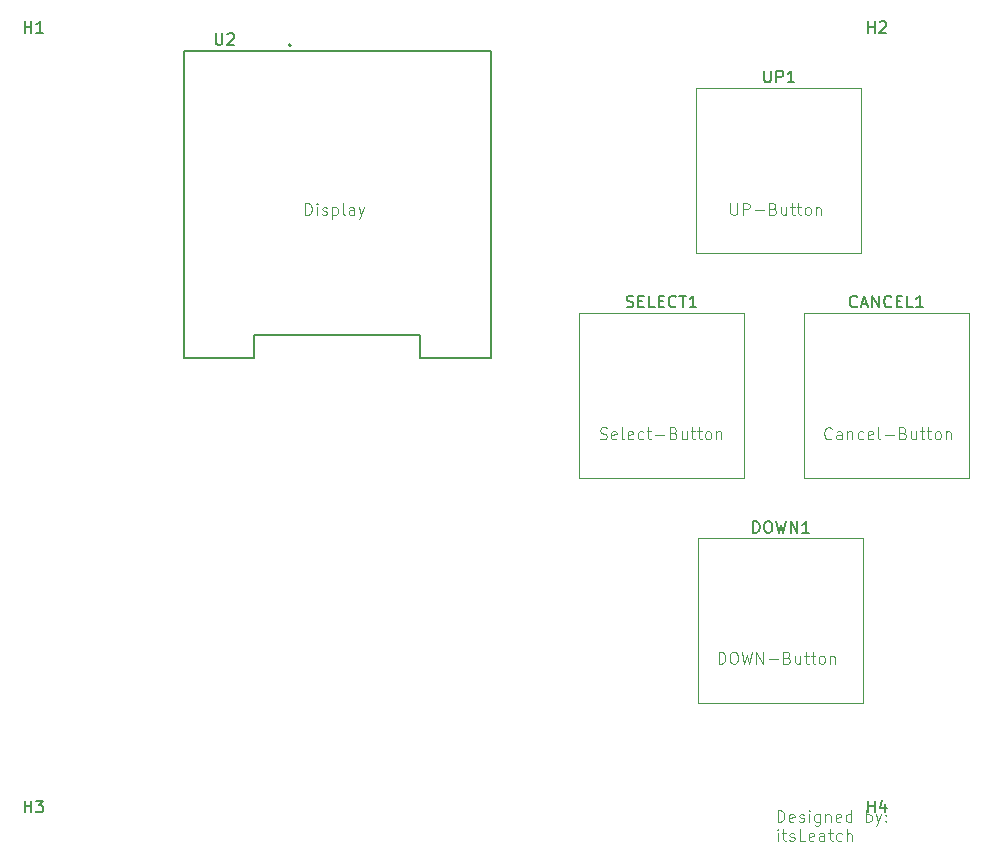
<source format=gbr>
%TF.GenerationSoftware,KiCad,Pcbnew,8.0.8*%
%TF.CreationDate,2025-07-06T22:48:32+02:00*%
%TF.ProjectId,custom locker,63757374-6f6d-4206-9c6f-636b65722e6b,rev?*%
%TF.SameCoordinates,Original*%
%TF.FileFunction,Legend,Top*%
%TF.FilePolarity,Positive*%
%FSLAX46Y46*%
G04 Gerber Fmt 4.6, Leading zero omitted, Abs format (unit mm)*
G04 Created by KiCad (PCBNEW 8.0.8) date 2025-07-06 22:48:32*
%MOMM*%
%LPD*%
G01*
G04 APERTURE LIST*
%ADD10C,0.100000*%
%ADD11C,0.150000*%
%ADD12C,0.120000*%
%ADD13C,0.127000*%
%ADD14C,0.200000*%
G04 APERTURE END LIST*
D10*
X45303884Y-32872419D02*
X45303884Y-31872419D01*
X45303884Y-31872419D02*
X45541979Y-31872419D01*
X45541979Y-31872419D02*
X45684836Y-31920038D01*
X45684836Y-31920038D02*
X45780074Y-32015276D01*
X45780074Y-32015276D02*
X45827693Y-32110514D01*
X45827693Y-32110514D02*
X45875312Y-32300990D01*
X45875312Y-32300990D02*
X45875312Y-32443847D01*
X45875312Y-32443847D02*
X45827693Y-32634323D01*
X45827693Y-32634323D02*
X45780074Y-32729561D01*
X45780074Y-32729561D02*
X45684836Y-32824800D01*
X45684836Y-32824800D02*
X45541979Y-32872419D01*
X45541979Y-32872419D02*
X45303884Y-32872419D01*
X46303884Y-32872419D02*
X46303884Y-32205752D01*
X46303884Y-31872419D02*
X46256265Y-31920038D01*
X46256265Y-31920038D02*
X46303884Y-31967657D01*
X46303884Y-31967657D02*
X46351503Y-31920038D01*
X46351503Y-31920038D02*
X46303884Y-31872419D01*
X46303884Y-31872419D02*
X46303884Y-31967657D01*
X46732455Y-32824800D02*
X46827693Y-32872419D01*
X46827693Y-32872419D02*
X47018169Y-32872419D01*
X47018169Y-32872419D02*
X47113407Y-32824800D01*
X47113407Y-32824800D02*
X47161026Y-32729561D01*
X47161026Y-32729561D02*
X47161026Y-32681942D01*
X47161026Y-32681942D02*
X47113407Y-32586704D01*
X47113407Y-32586704D02*
X47018169Y-32539085D01*
X47018169Y-32539085D02*
X46875312Y-32539085D01*
X46875312Y-32539085D02*
X46780074Y-32491466D01*
X46780074Y-32491466D02*
X46732455Y-32396228D01*
X46732455Y-32396228D02*
X46732455Y-32348609D01*
X46732455Y-32348609D02*
X46780074Y-32253371D01*
X46780074Y-32253371D02*
X46875312Y-32205752D01*
X46875312Y-32205752D02*
X47018169Y-32205752D01*
X47018169Y-32205752D02*
X47113407Y-32253371D01*
X47589598Y-32205752D02*
X47589598Y-33205752D01*
X47589598Y-32253371D02*
X47684836Y-32205752D01*
X47684836Y-32205752D02*
X47875312Y-32205752D01*
X47875312Y-32205752D02*
X47970550Y-32253371D01*
X47970550Y-32253371D02*
X48018169Y-32300990D01*
X48018169Y-32300990D02*
X48065788Y-32396228D01*
X48065788Y-32396228D02*
X48065788Y-32681942D01*
X48065788Y-32681942D02*
X48018169Y-32777180D01*
X48018169Y-32777180D02*
X47970550Y-32824800D01*
X47970550Y-32824800D02*
X47875312Y-32872419D01*
X47875312Y-32872419D02*
X47684836Y-32872419D01*
X47684836Y-32872419D02*
X47589598Y-32824800D01*
X48637217Y-32872419D02*
X48541979Y-32824800D01*
X48541979Y-32824800D02*
X48494360Y-32729561D01*
X48494360Y-32729561D02*
X48494360Y-31872419D01*
X49446741Y-32872419D02*
X49446741Y-32348609D01*
X49446741Y-32348609D02*
X49399122Y-32253371D01*
X49399122Y-32253371D02*
X49303884Y-32205752D01*
X49303884Y-32205752D02*
X49113408Y-32205752D01*
X49113408Y-32205752D02*
X49018170Y-32253371D01*
X49446741Y-32824800D02*
X49351503Y-32872419D01*
X49351503Y-32872419D02*
X49113408Y-32872419D01*
X49113408Y-32872419D02*
X49018170Y-32824800D01*
X49018170Y-32824800D02*
X48970551Y-32729561D01*
X48970551Y-32729561D02*
X48970551Y-32634323D01*
X48970551Y-32634323D02*
X49018170Y-32539085D01*
X49018170Y-32539085D02*
X49113408Y-32491466D01*
X49113408Y-32491466D02*
X49351503Y-32491466D01*
X49351503Y-32491466D02*
X49446741Y-32443847D01*
X49827694Y-32205752D02*
X50065789Y-32872419D01*
X50303884Y-32205752D02*
X50065789Y-32872419D01*
X50065789Y-32872419D02*
X49970551Y-33110514D01*
X49970551Y-33110514D02*
X49922932Y-33158133D01*
X49922932Y-33158133D02*
X49827694Y-33205752D01*
X70256265Y-51824800D02*
X70399122Y-51872419D01*
X70399122Y-51872419D02*
X70637217Y-51872419D01*
X70637217Y-51872419D02*
X70732455Y-51824800D01*
X70732455Y-51824800D02*
X70780074Y-51777180D01*
X70780074Y-51777180D02*
X70827693Y-51681942D01*
X70827693Y-51681942D02*
X70827693Y-51586704D01*
X70827693Y-51586704D02*
X70780074Y-51491466D01*
X70780074Y-51491466D02*
X70732455Y-51443847D01*
X70732455Y-51443847D02*
X70637217Y-51396228D01*
X70637217Y-51396228D02*
X70446741Y-51348609D01*
X70446741Y-51348609D02*
X70351503Y-51300990D01*
X70351503Y-51300990D02*
X70303884Y-51253371D01*
X70303884Y-51253371D02*
X70256265Y-51158133D01*
X70256265Y-51158133D02*
X70256265Y-51062895D01*
X70256265Y-51062895D02*
X70303884Y-50967657D01*
X70303884Y-50967657D02*
X70351503Y-50920038D01*
X70351503Y-50920038D02*
X70446741Y-50872419D01*
X70446741Y-50872419D02*
X70684836Y-50872419D01*
X70684836Y-50872419D02*
X70827693Y-50920038D01*
X71637217Y-51824800D02*
X71541979Y-51872419D01*
X71541979Y-51872419D02*
X71351503Y-51872419D01*
X71351503Y-51872419D02*
X71256265Y-51824800D01*
X71256265Y-51824800D02*
X71208646Y-51729561D01*
X71208646Y-51729561D02*
X71208646Y-51348609D01*
X71208646Y-51348609D02*
X71256265Y-51253371D01*
X71256265Y-51253371D02*
X71351503Y-51205752D01*
X71351503Y-51205752D02*
X71541979Y-51205752D01*
X71541979Y-51205752D02*
X71637217Y-51253371D01*
X71637217Y-51253371D02*
X71684836Y-51348609D01*
X71684836Y-51348609D02*
X71684836Y-51443847D01*
X71684836Y-51443847D02*
X71208646Y-51539085D01*
X72256265Y-51872419D02*
X72161027Y-51824800D01*
X72161027Y-51824800D02*
X72113408Y-51729561D01*
X72113408Y-51729561D02*
X72113408Y-50872419D01*
X73018170Y-51824800D02*
X72922932Y-51872419D01*
X72922932Y-51872419D02*
X72732456Y-51872419D01*
X72732456Y-51872419D02*
X72637218Y-51824800D01*
X72637218Y-51824800D02*
X72589599Y-51729561D01*
X72589599Y-51729561D02*
X72589599Y-51348609D01*
X72589599Y-51348609D02*
X72637218Y-51253371D01*
X72637218Y-51253371D02*
X72732456Y-51205752D01*
X72732456Y-51205752D02*
X72922932Y-51205752D01*
X72922932Y-51205752D02*
X73018170Y-51253371D01*
X73018170Y-51253371D02*
X73065789Y-51348609D01*
X73065789Y-51348609D02*
X73065789Y-51443847D01*
X73065789Y-51443847D02*
X72589599Y-51539085D01*
X73922932Y-51824800D02*
X73827694Y-51872419D01*
X73827694Y-51872419D02*
X73637218Y-51872419D01*
X73637218Y-51872419D02*
X73541980Y-51824800D01*
X73541980Y-51824800D02*
X73494361Y-51777180D01*
X73494361Y-51777180D02*
X73446742Y-51681942D01*
X73446742Y-51681942D02*
X73446742Y-51396228D01*
X73446742Y-51396228D02*
X73494361Y-51300990D01*
X73494361Y-51300990D02*
X73541980Y-51253371D01*
X73541980Y-51253371D02*
X73637218Y-51205752D01*
X73637218Y-51205752D02*
X73827694Y-51205752D01*
X73827694Y-51205752D02*
X73922932Y-51253371D01*
X74208647Y-51205752D02*
X74589599Y-51205752D01*
X74351504Y-50872419D02*
X74351504Y-51729561D01*
X74351504Y-51729561D02*
X74399123Y-51824800D01*
X74399123Y-51824800D02*
X74494361Y-51872419D01*
X74494361Y-51872419D02*
X74589599Y-51872419D01*
X74922933Y-51491466D02*
X75684838Y-51491466D01*
X76494361Y-51348609D02*
X76637218Y-51396228D01*
X76637218Y-51396228D02*
X76684837Y-51443847D01*
X76684837Y-51443847D02*
X76732456Y-51539085D01*
X76732456Y-51539085D02*
X76732456Y-51681942D01*
X76732456Y-51681942D02*
X76684837Y-51777180D01*
X76684837Y-51777180D02*
X76637218Y-51824800D01*
X76637218Y-51824800D02*
X76541980Y-51872419D01*
X76541980Y-51872419D02*
X76161028Y-51872419D01*
X76161028Y-51872419D02*
X76161028Y-50872419D01*
X76161028Y-50872419D02*
X76494361Y-50872419D01*
X76494361Y-50872419D02*
X76589599Y-50920038D01*
X76589599Y-50920038D02*
X76637218Y-50967657D01*
X76637218Y-50967657D02*
X76684837Y-51062895D01*
X76684837Y-51062895D02*
X76684837Y-51158133D01*
X76684837Y-51158133D02*
X76637218Y-51253371D01*
X76637218Y-51253371D02*
X76589599Y-51300990D01*
X76589599Y-51300990D02*
X76494361Y-51348609D01*
X76494361Y-51348609D02*
X76161028Y-51348609D01*
X77589599Y-51205752D02*
X77589599Y-51872419D01*
X77161028Y-51205752D02*
X77161028Y-51729561D01*
X77161028Y-51729561D02*
X77208647Y-51824800D01*
X77208647Y-51824800D02*
X77303885Y-51872419D01*
X77303885Y-51872419D02*
X77446742Y-51872419D01*
X77446742Y-51872419D02*
X77541980Y-51824800D01*
X77541980Y-51824800D02*
X77589599Y-51777180D01*
X77922933Y-51205752D02*
X78303885Y-51205752D01*
X78065790Y-50872419D02*
X78065790Y-51729561D01*
X78065790Y-51729561D02*
X78113409Y-51824800D01*
X78113409Y-51824800D02*
X78208647Y-51872419D01*
X78208647Y-51872419D02*
X78303885Y-51872419D01*
X78494362Y-51205752D02*
X78875314Y-51205752D01*
X78637219Y-50872419D02*
X78637219Y-51729561D01*
X78637219Y-51729561D02*
X78684838Y-51824800D01*
X78684838Y-51824800D02*
X78780076Y-51872419D01*
X78780076Y-51872419D02*
X78875314Y-51872419D01*
X79351505Y-51872419D02*
X79256267Y-51824800D01*
X79256267Y-51824800D02*
X79208648Y-51777180D01*
X79208648Y-51777180D02*
X79161029Y-51681942D01*
X79161029Y-51681942D02*
X79161029Y-51396228D01*
X79161029Y-51396228D02*
X79208648Y-51300990D01*
X79208648Y-51300990D02*
X79256267Y-51253371D01*
X79256267Y-51253371D02*
X79351505Y-51205752D01*
X79351505Y-51205752D02*
X79494362Y-51205752D01*
X79494362Y-51205752D02*
X79589600Y-51253371D01*
X79589600Y-51253371D02*
X79637219Y-51300990D01*
X79637219Y-51300990D02*
X79684838Y-51396228D01*
X79684838Y-51396228D02*
X79684838Y-51681942D01*
X79684838Y-51681942D02*
X79637219Y-51777180D01*
X79637219Y-51777180D02*
X79589600Y-51824800D01*
X79589600Y-51824800D02*
X79494362Y-51872419D01*
X79494362Y-51872419D02*
X79351505Y-51872419D01*
X80113410Y-51205752D02*
X80113410Y-51872419D01*
X80113410Y-51300990D02*
X80161029Y-51253371D01*
X80161029Y-51253371D02*
X80256267Y-51205752D01*
X80256267Y-51205752D02*
X80399124Y-51205752D01*
X80399124Y-51205752D02*
X80494362Y-51253371D01*
X80494362Y-51253371D02*
X80541981Y-51348609D01*
X80541981Y-51348609D02*
X80541981Y-51872419D01*
X89875312Y-51777180D02*
X89827693Y-51824800D01*
X89827693Y-51824800D02*
X89684836Y-51872419D01*
X89684836Y-51872419D02*
X89589598Y-51872419D01*
X89589598Y-51872419D02*
X89446741Y-51824800D01*
X89446741Y-51824800D02*
X89351503Y-51729561D01*
X89351503Y-51729561D02*
X89303884Y-51634323D01*
X89303884Y-51634323D02*
X89256265Y-51443847D01*
X89256265Y-51443847D02*
X89256265Y-51300990D01*
X89256265Y-51300990D02*
X89303884Y-51110514D01*
X89303884Y-51110514D02*
X89351503Y-51015276D01*
X89351503Y-51015276D02*
X89446741Y-50920038D01*
X89446741Y-50920038D02*
X89589598Y-50872419D01*
X89589598Y-50872419D02*
X89684836Y-50872419D01*
X89684836Y-50872419D02*
X89827693Y-50920038D01*
X89827693Y-50920038D02*
X89875312Y-50967657D01*
X90732455Y-51872419D02*
X90732455Y-51348609D01*
X90732455Y-51348609D02*
X90684836Y-51253371D01*
X90684836Y-51253371D02*
X90589598Y-51205752D01*
X90589598Y-51205752D02*
X90399122Y-51205752D01*
X90399122Y-51205752D02*
X90303884Y-51253371D01*
X90732455Y-51824800D02*
X90637217Y-51872419D01*
X90637217Y-51872419D02*
X90399122Y-51872419D01*
X90399122Y-51872419D02*
X90303884Y-51824800D01*
X90303884Y-51824800D02*
X90256265Y-51729561D01*
X90256265Y-51729561D02*
X90256265Y-51634323D01*
X90256265Y-51634323D02*
X90303884Y-51539085D01*
X90303884Y-51539085D02*
X90399122Y-51491466D01*
X90399122Y-51491466D02*
X90637217Y-51491466D01*
X90637217Y-51491466D02*
X90732455Y-51443847D01*
X91208646Y-51205752D02*
X91208646Y-51872419D01*
X91208646Y-51300990D02*
X91256265Y-51253371D01*
X91256265Y-51253371D02*
X91351503Y-51205752D01*
X91351503Y-51205752D02*
X91494360Y-51205752D01*
X91494360Y-51205752D02*
X91589598Y-51253371D01*
X91589598Y-51253371D02*
X91637217Y-51348609D01*
X91637217Y-51348609D02*
X91637217Y-51872419D01*
X92541979Y-51824800D02*
X92446741Y-51872419D01*
X92446741Y-51872419D02*
X92256265Y-51872419D01*
X92256265Y-51872419D02*
X92161027Y-51824800D01*
X92161027Y-51824800D02*
X92113408Y-51777180D01*
X92113408Y-51777180D02*
X92065789Y-51681942D01*
X92065789Y-51681942D02*
X92065789Y-51396228D01*
X92065789Y-51396228D02*
X92113408Y-51300990D01*
X92113408Y-51300990D02*
X92161027Y-51253371D01*
X92161027Y-51253371D02*
X92256265Y-51205752D01*
X92256265Y-51205752D02*
X92446741Y-51205752D01*
X92446741Y-51205752D02*
X92541979Y-51253371D01*
X93351503Y-51824800D02*
X93256265Y-51872419D01*
X93256265Y-51872419D02*
X93065789Y-51872419D01*
X93065789Y-51872419D02*
X92970551Y-51824800D01*
X92970551Y-51824800D02*
X92922932Y-51729561D01*
X92922932Y-51729561D02*
X92922932Y-51348609D01*
X92922932Y-51348609D02*
X92970551Y-51253371D01*
X92970551Y-51253371D02*
X93065789Y-51205752D01*
X93065789Y-51205752D02*
X93256265Y-51205752D01*
X93256265Y-51205752D02*
X93351503Y-51253371D01*
X93351503Y-51253371D02*
X93399122Y-51348609D01*
X93399122Y-51348609D02*
X93399122Y-51443847D01*
X93399122Y-51443847D02*
X92922932Y-51539085D01*
X93970551Y-51872419D02*
X93875313Y-51824800D01*
X93875313Y-51824800D02*
X93827694Y-51729561D01*
X93827694Y-51729561D02*
X93827694Y-50872419D01*
X94351504Y-51491466D02*
X95113409Y-51491466D01*
X95922932Y-51348609D02*
X96065789Y-51396228D01*
X96065789Y-51396228D02*
X96113408Y-51443847D01*
X96113408Y-51443847D02*
X96161027Y-51539085D01*
X96161027Y-51539085D02*
X96161027Y-51681942D01*
X96161027Y-51681942D02*
X96113408Y-51777180D01*
X96113408Y-51777180D02*
X96065789Y-51824800D01*
X96065789Y-51824800D02*
X95970551Y-51872419D01*
X95970551Y-51872419D02*
X95589599Y-51872419D01*
X95589599Y-51872419D02*
X95589599Y-50872419D01*
X95589599Y-50872419D02*
X95922932Y-50872419D01*
X95922932Y-50872419D02*
X96018170Y-50920038D01*
X96018170Y-50920038D02*
X96065789Y-50967657D01*
X96065789Y-50967657D02*
X96113408Y-51062895D01*
X96113408Y-51062895D02*
X96113408Y-51158133D01*
X96113408Y-51158133D02*
X96065789Y-51253371D01*
X96065789Y-51253371D02*
X96018170Y-51300990D01*
X96018170Y-51300990D02*
X95922932Y-51348609D01*
X95922932Y-51348609D02*
X95589599Y-51348609D01*
X97018170Y-51205752D02*
X97018170Y-51872419D01*
X96589599Y-51205752D02*
X96589599Y-51729561D01*
X96589599Y-51729561D02*
X96637218Y-51824800D01*
X96637218Y-51824800D02*
X96732456Y-51872419D01*
X96732456Y-51872419D02*
X96875313Y-51872419D01*
X96875313Y-51872419D02*
X96970551Y-51824800D01*
X96970551Y-51824800D02*
X97018170Y-51777180D01*
X97351504Y-51205752D02*
X97732456Y-51205752D01*
X97494361Y-50872419D02*
X97494361Y-51729561D01*
X97494361Y-51729561D02*
X97541980Y-51824800D01*
X97541980Y-51824800D02*
X97637218Y-51872419D01*
X97637218Y-51872419D02*
X97732456Y-51872419D01*
X97922933Y-51205752D02*
X98303885Y-51205752D01*
X98065790Y-50872419D02*
X98065790Y-51729561D01*
X98065790Y-51729561D02*
X98113409Y-51824800D01*
X98113409Y-51824800D02*
X98208647Y-51872419D01*
X98208647Y-51872419D02*
X98303885Y-51872419D01*
X98780076Y-51872419D02*
X98684838Y-51824800D01*
X98684838Y-51824800D02*
X98637219Y-51777180D01*
X98637219Y-51777180D02*
X98589600Y-51681942D01*
X98589600Y-51681942D02*
X98589600Y-51396228D01*
X98589600Y-51396228D02*
X98637219Y-51300990D01*
X98637219Y-51300990D02*
X98684838Y-51253371D01*
X98684838Y-51253371D02*
X98780076Y-51205752D01*
X98780076Y-51205752D02*
X98922933Y-51205752D01*
X98922933Y-51205752D02*
X99018171Y-51253371D01*
X99018171Y-51253371D02*
X99065790Y-51300990D01*
X99065790Y-51300990D02*
X99113409Y-51396228D01*
X99113409Y-51396228D02*
X99113409Y-51681942D01*
X99113409Y-51681942D02*
X99065790Y-51777180D01*
X99065790Y-51777180D02*
X99018171Y-51824800D01*
X99018171Y-51824800D02*
X98922933Y-51872419D01*
X98922933Y-51872419D02*
X98780076Y-51872419D01*
X99541981Y-51205752D02*
X99541981Y-51872419D01*
X99541981Y-51300990D02*
X99589600Y-51253371D01*
X99589600Y-51253371D02*
X99684838Y-51205752D01*
X99684838Y-51205752D02*
X99827695Y-51205752D01*
X99827695Y-51205752D02*
X99922933Y-51253371D01*
X99922933Y-51253371D02*
X99970552Y-51348609D01*
X99970552Y-51348609D02*
X99970552Y-51872419D01*
X81303884Y-31872419D02*
X81303884Y-32681942D01*
X81303884Y-32681942D02*
X81351503Y-32777180D01*
X81351503Y-32777180D02*
X81399122Y-32824800D01*
X81399122Y-32824800D02*
X81494360Y-32872419D01*
X81494360Y-32872419D02*
X81684836Y-32872419D01*
X81684836Y-32872419D02*
X81780074Y-32824800D01*
X81780074Y-32824800D02*
X81827693Y-32777180D01*
X81827693Y-32777180D02*
X81875312Y-32681942D01*
X81875312Y-32681942D02*
X81875312Y-31872419D01*
X82351503Y-32872419D02*
X82351503Y-31872419D01*
X82351503Y-31872419D02*
X82732455Y-31872419D01*
X82732455Y-31872419D02*
X82827693Y-31920038D01*
X82827693Y-31920038D02*
X82875312Y-31967657D01*
X82875312Y-31967657D02*
X82922931Y-32062895D01*
X82922931Y-32062895D02*
X82922931Y-32205752D01*
X82922931Y-32205752D02*
X82875312Y-32300990D01*
X82875312Y-32300990D02*
X82827693Y-32348609D01*
X82827693Y-32348609D02*
X82732455Y-32396228D01*
X82732455Y-32396228D02*
X82351503Y-32396228D01*
X83351503Y-32491466D02*
X84113408Y-32491466D01*
X84922931Y-32348609D02*
X85065788Y-32396228D01*
X85065788Y-32396228D02*
X85113407Y-32443847D01*
X85113407Y-32443847D02*
X85161026Y-32539085D01*
X85161026Y-32539085D02*
X85161026Y-32681942D01*
X85161026Y-32681942D02*
X85113407Y-32777180D01*
X85113407Y-32777180D02*
X85065788Y-32824800D01*
X85065788Y-32824800D02*
X84970550Y-32872419D01*
X84970550Y-32872419D02*
X84589598Y-32872419D01*
X84589598Y-32872419D02*
X84589598Y-31872419D01*
X84589598Y-31872419D02*
X84922931Y-31872419D01*
X84922931Y-31872419D02*
X85018169Y-31920038D01*
X85018169Y-31920038D02*
X85065788Y-31967657D01*
X85065788Y-31967657D02*
X85113407Y-32062895D01*
X85113407Y-32062895D02*
X85113407Y-32158133D01*
X85113407Y-32158133D02*
X85065788Y-32253371D01*
X85065788Y-32253371D02*
X85018169Y-32300990D01*
X85018169Y-32300990D02*
X84922931Y-32348609D01*
X84922931Y-32348609D02*
X84589598Y-32348609D01*
X86018169Y-32205752D02*
X86018169Y-32872419D01*
X85589598Y-32205752D02*
X85589598Y-32729561D01*
X85589598Y-32729561D02*
X85637217Y-32824800D01*
X85637217Y-32824800D02*
X85732455Y-32872419D01*
X85732455Y-32872419D02*
X85875312Y-32872419D01*
X85875312Y-32872419D02*
X85970550Y-32824800D01*
X85970550Y-32824800D02*
X86018169Y-32777180D01*
X86351503Y-32205752D02*
X86732455Y-32205752D01*
X86494360Y-31872419D02*
X86494360Y-32729561D01*
X86494360Y-32729561D02*
X86541979Y-32824800D01*
X86541979Y-32824800D02*
X86637217Y-32872419D01*
X86637217Y-32872419D02*
X86732455Y-32872419D01*
X86922932Y-32205752D02*
X87303884Y-32205752D01*
X87065789Y-31872419D02*
X87065789Y-32729561D01*
X87065789Y-32729561D02*
X87113408Y-32824800D01*
X87113408Y-32824800D02*
X87208646Y-32872419D01*
X87208646Y-32872419D02*
X87303884Y-32872419D01*
X87780075Y-32872419D02*
X87684837Y-32824800D01*
X87684837Y-32824800D02*
X87637218Y-32777180D01*
X87637218Y-32777180D02*
X87589599Y-32681942D01*
X87589599Y-32681942D02*
X87589599Y-32396228D01*
X87589599Y-32396228D02*
X87637218Y-32300990D01*
X87637218Y-32300990D02*
X87684837Y-32253371D01*
X87684837Y-32253371D02*
X87780075Y-32205752D01*
X87780075Y-32205752D02*
X87922932Y-32205752D01*
X87922932Y-32205752D02*
X88018170Y-32253371D01*
X88018170Y-32253371D02*
X88065789Y-32300990D01*
X88065789Y-32300990D02*
X88113408Y-32396228D01*
X88113408Y-32396228D02*
X88113408Y-32681942D01*
X88113408Y-32681942D02*
X88065789Y-32777180D01*
X88065789Y-32777180D02*
X88018170Y-32824800D01*
X88018170Y-32824800D02*
X87922932Y-32872419D01*
X87922932Y-32872419D02*
X87780075Y-32872419D01*
X88541980Y-32205752D02*
X88541980Y-32872419D01*
X88541980Y-32300990D02*
X88589599Y-32253371D01*
X88589599Y-32253371D02*
X88684837Y-32205752D01*
X88684837Y-32205752D02*
X88827694Y-32205752D01*
X88827694Y-32205752D02*
X88922932Y-32253371D01*
X88922932Y-32253371D02*
X88970551Y-32348609D01*
X88970551Y-32348609D02*
X88970551Y-32872419D01*
X85303884Y-84262475D02*
X85303884Y-83262475D01*
X85303884Y-83262475D02*
X85541979Y-83262475D01*
X85541979Y-83262475D02*
X85684836Y-83310094D01*
X85684836Y-83310094D02*
X85780074Y-83405332D01*
X85780074Y-83405332D02*
X85827693Y-83500570D01*
X85827693Y-83500570D02*
X85875312Y-83691046D01*
X85875312Y-83691046D02*
X85875312Y-83833903D01*
X85875312Y-83833903D02*
X85827693Y-84024379D01*
X85827693Y-84024379D02*
X85780074Y-84119617D01*
X85780074Y-84119617D02*
X85684836Y-84214856D01*
X85684836Y-84214856D02*
X85541979Y-84262475D01*
X85541979Y-84262475D02*
X85303884Y-84262475D01*
X86684836Y-84214856D02*
X86589598Y-84262475D01*
X86589598Y-84262475D02*
X86399122Y-84262475D01*
X86399122Y-84262475D02*
X86303884Y-84214856D01*
X86303884Y-84214856D02*
X86256265Y-84119617D01*
X86256265Y-84119617D02*
X86256265Y-83738665D01*
X86256265Y-83738665D02*
X86303884Y-83643427D01*
X86303884Y-83643427D02*
X86399122Y-83595808D01*
X86399122Y-83595808D02*
X86589598Y-83595808D01*
X86589598Y-83595808D02*
X86684836Y-83643427D01*
X86684836Y-83643427D02*
X86732455Y-83738665D01*
X86732455Y-83738665D02*
X86732455Y-83833903D01*
X86732455Y-83833903D02*
X86256265Y-83929141D01*
X87113408Y-84214856D02*
X87208646Y-84262475D01*
X87208646Y-84262475D02*
X87399122Y-84262475D01*
X87399122Y-84262475D02*
X87494360Y-84214856D01*
X87494360Y-84214856D02*
X87541979Y-84119617D01*
X87541979Y-84119617D02*
X87541979Y-84071998D01*
X87541979Y-84071998D02*
X87494360Y-83976760D01*
X87494360Y-83976760D02*
X87399122Y-83929141D01*
X87399122Y-83929141D02*
X87256265Y-83929141D01*
X87256265Y-83929141D02*
X87161027Y-83881522D01*
X87161027Y-83881522D02*
X87113408Y-83786284D01*
X87113408Y-83786284D02*
X87113408Y-83738665D01*
X87113408Y-83738665D02*
X87161027Y-83643427D01*
X87161027Y-83643427D02*
X87256265Y-83595808D01*
X87256265Y-83595808D02*
X87399122Y-83595808D01*
X87399122Y-83595808D02*
X87494360Y-83643427D01*
X87970551Y-84262475D02*
X87970551Y-83595808D01*
X87970551Y-83262475D02*
X87922932Y-83310094D01*
X87922932Y-83310094D02*
X87970551Y-83357713D01*
X87970551Y-83357713D02*
X88018170Y-83310094D01*
X88018170Y-83310094D02*
X87970551Y-83262475D01*
X87970551Y-83262475D02*
X87970551Y-83357713D01*
X88875312Y-83595808D02*
X88875312Y-84405332D01*
X88875312Y-84405332D02*
X88827693Y-84500570D01*
X88827693Y-84500570D02*
X88780074Y-84548189D01*
X88780074Y-84548189D02*
X88684836Y-84595808D01*
X88684836Y-84595808D02*
X88541979Y-84595808D01*
X88541979Y-84595808D02*
X88446741Y-84548189D01*
X88875312Y-84214856D02*
X88780074Y-84262475D01*
X88780074Y-84262475D02*
X88589598Y-84262475D01*
X88589598Y-84262475D02*
X88494360Y-84214856D01*
X88494360Y-84214856D02*
X88446741Y-84167236D01*
X88446741Y-84167236D02*
X88399122Y-84071998D01*
X88399122Y-84071998D02*
X88399122Y-83786284D01*
X88399122Y-83786284D02*
X88446741Y-83691046D01*
X88446741Y-83691046D02*
X88494360Y-83643427D01*
X88494360Y-83643427D02*
X88589598Y-83595808D01*
X88589598Y-83595808D02*
X88780074Y-83595808D01*
X88780074Y-83595808D02*
X88875312Y-83643427D01*
X89351503Y-83595808D02*
X89351503Y-84262475D01*
X89351503Y-83691046D02*
X89399122Y-83643427D01*
X89399122Y-83643427D02*
X89494360Y-83595808D01*
X89494360Y-83595808D02*
X89637217Y-83595808D01*
X89637217Y-83595808D02*
X89732455Y-83643427D01*
X89732455Y-83643427D02*
X89780074Y-83738665D01*
X89780074Y-83738665D02*
X89780074Y-84262475D01*
X90637217Y-84214856D02*
X90541979Y-84262475D01*
X90541979Y-84262475D02*
X90351503Y-84262475D01*
X90351503Y-84262475D02*
X90256265Y-84214856D01*
X90256265Y-84214856D02*
X90208646Y-84119617D01*
X90208646Y-84119617D02*
X90208646Y-83738665D01*
X90208646Y-83738665D02*
X90256265Y-83643427D01*
X90256265Y-83643427D02*
X90351503Y-83595808D01*
X90351503Y-83595808D02*
X90541979Y-83595808D01*
X90541979Y-83595808D02*
X90637217Y-83643427D01*
X90637217Y-83643427D02*
X90684836Y-83738665D01*
X90684836Y-83738665D02*
X90684836Y-83833903D01*
X90684836Y-83833903D02*
X90208646Y-83929141D01*
X91541979Y-84262475D02*
X91541979Y-83262475D01*
X91541979Y-84214856D02*
X91446741Y-84262475D01*
X91446741Y-84262475D02*
X91256265Y-84262475D01*
X91256265Y-84262475D02*
X91161027Y-84214856D01*
X91161027Y-84214856D02*
X91113408Y-84167236D01*
X91113408Y-84167236D02*
X91065789Y-84071998D01*
X91065789Y-84071998D02*
X91065789Y-83786284D01*
X91065789Y-83786284D02*
X91113408Y-83691046D01*
X91113408Y-83691046D02*
X91161027Y-83643427D01*
X91161027Y-83643427D02*
X91256265Y-83595808D01*
X91256265Y-83595808D02*
X91446741Y-83595808D01*
X91446741Y-83595808D02*
X91541979Y-83643427D01*
X92780075Y-84262475D02*
X92780075Y-83262475D01*
X92780075Y-83643427D02*
X92875313Y-83595808D01*
X92875313Y-83595808D02*
X93065789Y-83595808D01*
X93065789Y-83595808D02*
X93161027Y-83643427D01*
X93161027Y-83643427D02*
X93208646Y-83691046D01*
X93208646Y-83691046D02*
X93256265Y-83786284D01*
X93256265Y-83786284D02*
X93256265Y-84071998D01*
X93256265Y-84071998D02*
X93208646Y-84167236D01*
X93208646Y-84167236D02*
X93161027Y-84214856D01*
X93161027Y-84214856D02*
X93065789Y-84262475D01*
X93065789Y-84262475D02*
X92875313Y-84262475D01*
X92875313Y-84262475D02*
X92780075Y-84214856D01*
X93589599Y-83595808D02*
X93827694Y-84262475D01*
X94065789Y-83595808D02*
X93827694Y-84262475D01*
X93827694Y-84262475D02*
X93732456Y-84500570D01*
X93732456Y-84500570D02*
X93684837Y-84548189D01*
X93684837Y-84548189D02*
X93589599Y-84595808D01*
X94446742Y-84167236D02*
X94494361Y-84214856D01*
X94494361Y-84214856D02*
X94446742Y-84262475D01*
X94446742Y-84262475D02*
X94399123Y-84214856D01*
X94399123Y-84214856D02*
X94446742Y-84167236D01*
X94446742Y-84167236D02*
X94446742Y-84262475D01*
X94446742Y-83643427D02*
X94494361Y-83691046D01*
X94494361Y-83691046D02*
X94446742Y-83738665D01*
X94446742Y-83738665D02*
X94399123Y-83691046D01*
X94399123Y-83691046D02*
X94446742Y-83643427D01*
X94446742Y-83643427D02*
X94446742Y-83738665D01*
X85303884Y-85872419D02*
X85303884Y-85205752D01*
X85303884Y-84872419D02*
X85256265Y-84920038D01*
X85256265Y-84920038D02*
X85303884Y-84967657D01*
X85303884Y-84967657D02*
X85351503Y-84920038D01*
X85351503Y-84920038D02*
X85303884Y-84872419D01*
X85303884Y-84872419D02*
X85303884Y-84967657D01*
X85637217Y-85205752D02*
X86018169Y-85205752D01*
X85780074Y-84872419D02*
X85780074Y-85729561D01*
X85780074Y-85729561D02*
X85827693Y-85824800D01*
X85827693Y-85824800D02*
X85922931Y-85872419D01*
X85922931Y-85872419D02*
X86018169Y-85872419D01*
X86303884Y-85824800D02*
X86399122Y-85872419D01*
X86399122Y-85872419D02*
X86589598Y-85872419D01*
X86589598Y-85872419D02*
X86684836Y-85824800D01*
X86684836Y-85824800D02*
X86732455Y-85729561D01*
X86732455Y-85729561D02*
X86732455Y-85681942D01*
X86732455Y-85681942D02*
X86684836Y-85586704D01*
X86684836Y-85586704D02*
X86589598Y-85539085D01*
X86589598Y-85539085D02*
X86446741Y-85539085D01*
X86446741Y-85539085D02*
X86351503Y-85491466D01*
X86351503Y-85491466D02*
X86303884Y-85396228D01*
X86303884Y-85396228D02*
X86303884Y-85348609D01*
X86303884Y-85348609D02*
X86351503Y-85253371D01*
X86351503Y-85253371D02*
X86446741Y-85205752D01*
X86446741Y-85205752D02*
X86589598Y-85205752D01*
X86589598Y-85205752D02*
X86684836Y-85253371D01*
X87637217Y-85872419D02*
X87161027Y-85872419D01*
X87161027Y-85872419D02*
X87161027Y-84872419D01*
X88351503Y-85824800D02*
X88256265Y-85872419D01*
X88256265Y-85872419D02*
X88065789Y-85872419D01*
X88065789Y-85872419D02*
X87970551Y-85824800D01*
X87970551Y-85824800D02*
X87922932Y-85729561D01*
X87922932Y-85729561D02*
X87922932Y-85348609D01*
X87922932Y-85348609D02*
X87970551Y-85253371D01*
X87970551Y-85253371D02*
X88065789Y-85205752D01*
X88065789Y-85205752D02*
X88256265Y-85205752D01*
X88256265Y-85205752D02*
X88351503Y-85253371D01*
X88351503Y-85253371D02*
X88399122Y-85348609D01*
X88399122Y-85348609D02*
X88399122Y-85443847D01*
X88399122Y-85443847D02*
X87922932Y-85539085D01*
X89256265Y-85872419D02*
X89256265Y-85348609D01*
X89256265Y-85348609D02*
X89208646Y-85253371D01*
X89208646Y-85253371D02*
X89113408Y-85205752D01*
X89113408Y-85205752D02*
X88922932Y-85205752D01*
X88922932Y-85205752D02*
X88827694Y-85253371D01*
X89256265Y-85824800D02*
X89161027Y-85872419D01*
X89161027Y-85872419D02*
X88922932Y-85872419D01*
X88922932Y-85872419D02*
X88827694Y-85824800D01*
X88827694Y-85824800D02*
X88780075Y-85729561D01*
X88780075Y-85729561D02*
X88780075Y-85634323D01*
X88780075Y-85634323D02*
X88827694Y-85539085D01*
X88827694Y-85539085D02*
X88922932Y-85491466D01*
X88922932Y-85491466D02*
X89161027Y-85491466D01*
X89161027Y-85491466D02*
X89256265Y-85443847D01*
X89589599Y-85205752D02*
X89970551Y-85205752D01*
X89732456Y-84872419D02*
X89732456Y-85729561D01*
X89732456Y-85729561D02*
X89780075Y-85824800D01*
X89780075Y-85824800D02*
X89875313Y-85872419D01*
X89875313Y-85872419D02*
X89970551Y-85872419D01*
X90732456Y-85824800D02*
X90637218Y-85872419D01*
X90637218Y-85872419D02*
X90446742Y-85872419D01*
X90446742Y-85872419D02*
X90351504Y-85824800D01*
X90351504Y-85824800D02*
X90303885Y-85777180D01*
X90303885Y-85777180D02*
X90256266Y-85681942D01*
X90256266Y-85681942D02*
X90256266Y-85396228D01*
X90256266Y-85396228D02*
X90303885Y-85300990D01*
X90303885Y-85300990D02*
X90351504Y-85253371D01*
X90351504Y-85253371D02*
X90446742Y-85205752D01*
X90446742Y-85205752D02*
X90637218Y-85205752D01*
X90637218Y-85205752D02*
X90732456Y-85253371D01*
X91161028Y-85872419D02*
X91161028Y-84872419D01*
X91589599Y-85872419D02*
X91589599Y-85348609D01*
X91589599Y-85348609D02*
X91541980Y-85253371D01*
X91541980Y-85253371D02*
X91446742Y-85205752D01*
X91446742Y-85205752D02*
X91303885Y-85205752D01*
X91303885Y-85205752D02*
X91208647Y-85253371D01*
X91208647Y-85253371D02*
X91161028Y-85300990D01*
X80303884Y-70872419D02*
X80303884Y-69872419D01*
X80303884Y-69872419D02*
X80541979Y-69872419D01*
X80541979Y-69872419D02*
X80684836Y-69920038D01*
X80684836Y-69920038D02*
X80780074Y-70015276D01*
X80780074Y-70015276D02*
X80827693Y-70110514D01*
X80827693Y-70110514D02*
X80875312Y-70300990D01*
X80875312Y-70300990D02*
X80875312Y-70443847D01*
X80875312Y-70443847D02*
X80827693Y-70634323D01*
X80827693Y-70634323D02*
X80780074Y-70729561D01*
X80780074Y-70729561D02*
X80684836Y-70824800D01*
X80684836Y-70824800D02*
X80541979Y-70872419D01*
X80541979Y-70872419D02*
X80303884Y-70872419D01*
X81494360Y-69872419D02*
X81684836Y-69872419D01*
X81684836Y-69872419D02*
X81780074Y-69920038D01*
X81780074Y-69920038D02*
X81875312Y-70015276D01*
X81875312Y-70015276D02*
X81922931Y-70205752D01*
X81922931Y-70205752D02*
X81922931Y-70539085D01*
X81922931Y-70539085D02*
X81875312Y-70729561D01*
X81875312Y-70729561D02*
X81780074Y-70824800D01*
X81780074Y-70824800D02*
X81684836Y-70872419D01*
X81684836Y-70872419D02*
X81494360Y-70872419D01*
X81494360Y-70872419D02*
X81399122Y-70824800D01*
X81399122Y-70824800D02*
X81303884Y-70729561D01*
X81303884Y-70729561D02*
X81256265Y-70539085D01*
X81256265Y-70539085D02*
X81256265Y-70205752D01*
X81256265Y-70205752D02*
X81303884Y-70015276D01*
X81303884Y-70015276D02*
X81399122Y-69920038D01*
X81399122Y-69920038D02*
X81494360Y-69872419D01*
X82256265Y-69872419D02*
X82494360Y-70872419D01*
X82494360Y-70872419D02*
X82684836Y-70158133D01*
X82684836Y-70158133D02*
X82875312Y-70872419D01*
X82875312Y-70872419D02*
X83113408Y-69872419D01*
X83494360Y-70872419D02*
X83494360Y-69872419D01*
X83494360Y-69872419D02*
X84065788Y-70872419D01*
X84065788Y-70872419D02*
X84065788Y-69872419D01*
X84541979Y-70491466D02*
X85303884Y-70491466D01*
X86113407Y-70348609D02*
X86256264Y-70396228D01*
X86256264Y-70396228D02*
X86303883Y-70443847D01*
X86303883Y-70443847D02*
X86351502Y-70539085D01*
X86351502Y-70539085D02*
X86351502Y-70681942D01*
X86351502Y-70681942D02*
X86303883Y-70777180D01*
X86303883Y-70777180D02*
X86256264Y-70824800D01*
X86256264Y-70824800D02*
X86161026Y-70872419D01*
X86161026Y-70872419D02*
X85780074Y-70872419D01*
X85780074Y-70872419D02*
X85780074Y-69872419D01*
X85780074Y-69872419D02*
X86113407Y-69872419D01*
X86113407Y-69872419D02*
X86208645Y-69920038D01*
X86208645Y-69920038D02*
X86256264Y-69967657D01*
X86256264Y-69967657D02*
X86303883Y-70062895D01*
X86303883Y-70062895D02*
X86303883Y-70158133D01*
X86303883Y-70158133D02*
X86256264Y-70253371D01*
X86256264Y-70253371D02*
X86208645Y-70300990D01*
X86208645Y-70300990D02*
X86113407Y-70348609D01*
X86113407Y-70348609D02*
X85780074Y-70348609D01*
X87208645Y-70205752D02*
X87208645Y-70872419D01*
X86780074Y-70205752D02*
X86780074Y-70729561D01*
X86780074Y-70729561D02*
X86827693Y-70824800D01*
X86827693Y-70824800D02*
X86922931Y-70872419D01*
X86922931Y-70872419D02*
X87065788Y-70872419D01*
X87065788Y-70872419D02*
X87161026Y-70824800D01*
X87161026Y-70824800D02*
X87208645Y-70777180D01*
X87541979Y-70205752D02*
X87922931Y-70205752D01*
X87684836Y-69872419D02*
X87684836Y-70729561D01*
X87684836Y-70729561D02*
X87732455Y-70824800D01*
X87732455Y-70824800D02*
X87827693Y-70872419D01*
X87827693Y-70872419D02*
X87922931Y-70872419D01*
X88113408Y-70205752D02*
X88494360Y-70205752D01*
X88256265Y-69872419D02*
X88256265Y-70729561D01*
X88256265Y-70729561D02*
X88303884Y-70824800D01*
X88303884Y-70824800D02*
X88399122Y-70872419D01*
X88399122Y-70872419D02*
X88494360Y-70872419D01*
X88970551Y-70872419D02*
X88875313Y-70824800D01*
X88875313Y-70824800D02*
X88827694Y-70777180D01*
X88827694Y-70777180D02*
X88780075Y-70681942D01*
X88780075Y-70681942D02*
X88780075Y-70396228D01*
X88780075Y-70396228D02*
X88827694Y-70300990D01*
X88827694Y-70300990D02*
X88875313Y-70253371D01*
X88875313Y-70253371D02*
X88970551Y-70205752D01*
X88970551Y-70205752D02*
X89113408Y-70205752D01*
X89113408Y-70205752D02*
X89208646Y-70253371D01*
X89208646Y-70253371D02*
X89256265Y-70300990D01*
X89256265Y-70300990D02*
X89303884Y-70396228D01*
X89303884Y-70396228D02*
X89303884Y-70681942D01*
X89303884Y-70681942D02*
X89256265Y-70777180D01*
X89256265Y-70777180D02*
X89208646Y-70824800D01*
X89208646Y-70824800D02*
X89113408Y-70872419D01*
X89113408Y-70872419D02*
X88970551Y-70872419D01*
X89732456Y-70205752D02*
X89732456Y-70872419D01*
X89732456Y-70300990D02*
X89780075Y-70253371D01*
X89780075Y-70253371D02*
X89875313Y-70205752D01*
X89875313Y-70205752D02*
X90018170Y-70205752D01*
X90018170Y-70205752D02*
X90113408Y-70253371D01*
X90113408Y-70253371D02*
X90161027Y-70348609D01*
X90161027Y-70348609D02*
X90161027Y-70872419D01*
D11*
X83209157Y-59810819D02*
X83209157Y-58810819D01*
X83209157Y-58810819D02*
X83447252Y-58810819D01*
X83447252Y-58810819D02*
X83590109Y-58858438D01*
X83590109Y-58858438D02*
X83685347Y-58953676D01*
X83685347Y-58953676D02*
X83732966Y-59048914D01*
X83732966Y-59048914D02*
X83780585Y-59239390D01*
X83780585Y-59239390D02*
X83780585Y-59382247D01*
X83780585Y-59382247D02*
X83732966Y-59572723D01*
X83732966Y-59572723D02*
X83685347Y-59667961D01*
X83685347Y-59667961D02*
X83590109Y-59763200D01*
X83590109Y-59763200D02*
X83447252Y-59810819D01*
X83447252Y-59810819D02*
X83209157Y-59810819D01*
X84399633Y-58810819D02*
X84590109Y-58810819D01*
X84590109Y-58810819D02*
X84685347Y-58858438D01*
X84685347Y-58858438D02*
X84780585Y-58953676D01*
X84780585Y-58953676D02*
X84828204Y-59144152D01*
X84828204Y-59144152D02*
X84828204Y-59477485D01*
X84828204Y-59477485D02*
X84780585Y-59667961D01*
X84780585Y-59667961D02*
X84685347Y-59763200D01*
X84685347Y-59763200D02*
X84590109Y-59810819D01*
X84590109Y-59810819D02*
X84399633Y-59810819D01*
X84399633Y-59810819D02*
X84304395Y-59763200D01*
X84304395Y-59763200D02*
X84209157Y-59667961D01*
X84209157Y-59667961D02*
X84161538Y-59477485D01*
X84161538Y-59477485D02*
X84161538Y-59144152D01*
X84161538Y-59144152D02*
X84209157Y-58953676D01*
X84209157Y-58953676D02*
X84304395Y-58858438D01*
X84304395Y-58858438D02*
X84399633Y-58810819D01*
X85161538Y-58810819D02*
X85399633Y-59810819D01*
X85399633Y-59810819D02*
X85590109Y-59096533D01*
X85590109Y-59096533D02*
X85780585Y-59810819D01*
X85780585Y-59810819D02*
X86018681Y-58810819D01*
X86399633Y-59810819D02*
X86399633Y-58810819D01*
X86399633Y-58810819D02*
X86971061Y-59810819D01*
X86971061Y-59810819D02*
X86971061Y-58810819D01*
X87971061Y-59810819D02*
X87399633Y-59810819D01*
X87685347Y-59810819D02*
X87685347Y-58810819D01*
X87685347Y-58810819D02*
X87590109Y-58953676D01*
X87590109Y-58953676D02*
X87494871Y-59048914D01*
X87494871Y-59048914D02*
X87399633Y-59096533D01*
X92938095Y-17454819D02*
X92938095Y-16454819D01*
X92938095Y-16931009D02*
X93509523Y-16931009D01*
X93509523Y-17454819D02*
X93509523Y-16454819D01*
X93938095Y-16550057D02*
X93985714Y-16502438D01*
X93985714Y-16502438D02*
X94080952Y-16454819D01*
X94080952Y-16454819D02*
X94319047Y-16454819D01*
X94319047Y-16454819D02*
X94414285Y-16502438D01*
X94414285Y-16502438D02*
X94461904Y-16550057D01*
X94461904Y-16550057D02*
X94509523Y-16645295D01*
X94509523Y-16645295D02*
X94509523Y-16740533D01*
X94509523Y-16740533D02*
X94461904Y-16883390D01*
X94461904Y-16883390D02*
X93890476Y-17454819D01*
X93890476Y-17454819D02*
X94509523Y-17454819D01*
X84145595Y-20660819D02*
X84145595Y-21470342D01*
X84145595Y-21470342D02*
X84193214Y-21565580D01*
X84193214Y-21565580D02*
X84240833Y-21613200D01*
X84240833Y-21613200D02*
X84336071Y-21660819D01*
X84336071Y-21660819D02*
X84526547Y-21660819D01*
X84526547Y-21660819D02*
X84621785Y-21613200D01*
X84621785Y-21613200D02*
X84669404Y-21565580D01*
X84669404Y-21565580D02*
X84717023Y-21470342D01*
X84717023Y-21470342D02*
X84717023Y-20660819D01*
X85193214Y-21660819D02*
X85193214Y-20660819D01*
X85193214Y-20660819D02*
X85574166Y-20660819D01*
X85574166Y-20660819D02*
X85669404Y-20708438D01*
X85669404Y-20708438D02*
X85717023Y-20756057D01*
X85717023Y-20756057D02*
X85764642Y-20851295D01*
X85764642Y-20851295D02*
X85764642Y-20994152D01*
X85764642Y-20994152D02*
X85717023Y-21089390D01*
X85717023Y-21089390D02*
X85669404Y-21137009D01*
X85669404Y-21137009D02*
X85574166Y-21184628D01*
X85574166Y-21184628D02*
X85193214Y-21184628D01*
X86717023Y-21660819D02*
X86145595Y-21660819D01*
X86431309Y-21660819D02*
X86431309Y-20660819D01*
X86431309Y-20660819D02*
X86336071Y-20803676D01*
X86336071Y-20803676D02*
X86240833Y-20898914D01*
X86240833Y-20898914D02*
X86145595Y-20946533D01*
X37713095Y-17484819D02*
X37713095Y-18294342D01*
X37713095Y-18294342D02*
X37760714Y-18389580D01*
X37760714Y-18389580D02*
X37808333Y-18437200D01*
X37808333Y-18437200D02*
X37903571Y-18484819D01*
X37903571Y-18484819D02*
X38094047Y-18484819D01*
X38094047Y-18484819D02*
X38189285Y-18437200D01*
X38189285Y-18437200D02*
X38236904Y-18389580D01*
X38236904Y-18389580D02*
X38284523Y-18294342D01*
X38284523Y-18294342D02*
X38284523Y-17484819D01*
X38713095Y-17580057D02*
X38760714Y-17532438D01*
X38760714Y-17532438D02*
X38855952Y-17484819D01*
X38855952Y-17484819D02*
X39094047Y-17484819D01*
X39094047Y-17484819D02*
X39189285Y-17532438D01*
X39189285Y-17532438D02*
X39236904Y-17580057D01*
X39236904Y-17580057D02*
X39284523Y-17675295D01*
X39284523Y-17675295D02*
X39284523Y-17770533D01*
X39284523Y-17770533D02*
X39236904Y-17913390D01*
X39236904Y-17913390D02*
X38665476Y-18484819D01*
X38665476Y-18484819D02*
X39284523Y-18484819D01*
X92938095Y-83454819D02*
X92938095Y-82454819D01*
X92938095Y-82931009D02*
X93509523Y-82931009D01*
X93509523Y-83454819D02*
X93509523Y-82454819D01*
X94414285Y-82788152D02*
X94414285Y-83454819D01*
X94176190Y-82407200D02*
X93938095Y-83121485D01*
X93938095Y-83121485D02*
X94557142Y-83121485D01*
X72507619Y-40663200D02*
X72650476Y-40710819D01*
X72650476Y-40710819D02*
X72888571Y-40710819D01*
X72888571Y-40710819D02*
X72983809Y-40663200D01*
X72983809Y-40663200D02*
X73031428Y-40615580D01*
X73031428Y-40615580D02*
X73079047Y-40520342D01*
X73079047Y-40520342D02*
X73079047Y-40425104D01*
X73079047Y-40425104D02*
X73031428Y-40329866D01*
X73031428Y-40329866D02*
X72983809Y-40282247D01*
X72983809Y-40282247D02*
X72888571Y-40234628D01*
X72888571Y-40234628D02*
X72698095Y-40187009D01*
X72698095Y-40187009D02*
X72602857Y-40139390D01*
X72602857Y-40139390D02*
X72555238Y-40091771D01*
X72555238Y-40091771D02*
X72507619Y-39996533D01*
X72507619Y-39996533D02*
X72507619Y-39901295D01*
X72507619Y-39901295D02*
X72555238Y-39806057D01*
X72555238Y-39806057D02*
X72602857Y-39758438D01*
X72602857Y-39758438D02*
X72698095Y-39710819D01*
X72698095Y-39710819D02*
X72936190Y-39710819D01*
X72936190Y-39710819D02*
X73079047Y-39758438D01*
X73507619Y-40187009D02*
X73840952Y-40187009D01*
X73983809Y-40710819D02*
X73507619Y-40710819D01*
X73507619Y-40710819D02*
X73507619Y-39710819D01*
X73507619Y-39710819D02*
X73983809Y-39710819D01*
X74888571Y-40710819D02*
X74412381Y-40710819D01*
X74412381Y-40710819D02*
X74412381Y-39710819D01*
X75221905Y-40187009D02*
X75555238Y-40187009D01*
X75698095Y-40710819D02*
X75221905Y-40710819D01*
X75221905Y-40710819D02*
X75221905Y-39710819D01*
X75221905Y-39710819D02*
X75698095Y-39710819D01*
X76698095Y-40615580D02*
X76650476Y-40663200D01*
X76650476Y-40663200D02*
X76507619Y-40710819D01*
X76507619Y-40710819D02*
X76412381Y-40710819D01*
X76412381Y-40710819D02*
X76269524Y-40663200D01*
X76269524Y-40663200D02*
X76174286Y-40567961D01*
X76174286Y-40567961D02*
X76126667Y-40472723D01*
X76126667Y-40472723D02*
X76079048Y-40282247D01*
X76079048Y-40282247D02*
X76079048Y-40139390D01*
X76079048Y-40139390D02*
X76126667Y-39948914D01*
X76126667Y-39948914D02*
X76174286Y-39853676D01*
X76174286Y-39853676D02*
X76269524Y-39758438D01*
X76269524Y-39758438D02*
X76412381Y-39710819D01*
X76412381Y-39710819D02*
X76507619Y-39710819D01*
X76507619Y-39710819D02*
X76650476Y-39758438D01*
X76650476Y-39758438D02*
X76698095Y-39806057D01*
X76983810Y-39710819D02*
X77555238Y-39710819D01*
X77269524Y-40710819D02*
X77269524Y-39710819D01*
X78412381Y-40710819D02*
X77840953Y-40710819D01*
X78126667Y-40710819D02*
X78126667Y-39710819D01*
X78126667Y-39710819D02*
X78031429Y-39853676D01*
X78031429Y-39853676D02*
X77936191Y-39948914D01*
X77936191Y-39948914D02*
X77840953Y-39996533D01*
X92033809Y-40615580D02*
X91986190Y-40663200D01*
X91986190Y-40663200D02*
X91843333Y-40710819D01*
X91843333Y-40710819D02*
X91748095Y-40710819D01*
X91748095Y-40710819D02*
X91605238Y-40663200D01*
X91605238Y-40663200D02*
X91510000Y-40567961D01*
X91510000Y-40567961D02*
X91462381Y-40472723D01*
X91462381Y-40472723D02*
X91414762Y-40282247D01*
X91414762Y-40282247D02*
X91414762Y-40139390D01*
X91414762Y-40139390D02*
X91462381Y-39948914D01*
X91462381Y-39948914D02*
X91510000Y-39853676D01*
X91510000Y-39853676D02*
X91605238Y-39758438D01*
X91605238Y-39758438D02*
X91748095Y-39710819D01*
X91748095Y-39710819D02*
X91843333Y-39710819D01*
X91843333Y-39710819D02*
X91986190Y-39758438D01*
X91986190Y-39758438D02*
X92033809Y-39806057D01*
X92414762Y-40425104D02*
X92890952Y-40425104D01*
X92319524Y-40710819D02*
X92652857Y-39710819D01*
X92652857Y-39710819D02*
X92986190Y-40710819D01*
X93319524Y-40710819D02*
X93319524Y-39710819D01*
X93319524Y-39710819D02*
X93890952Y-40710819D01*
X93890952Y-40710819D02*
X93890952Y-39710819D01*
X94938571Y-40615580D02*
X94890952Y-40663200D01*
X94890952Y-40663200D02*
X94748095Y-40710819D01*
X94748095Y-40710819D02*
X94652857Y-40710819D01*
X94652857Y-40710819D02*
X94510000Y-40663200D01*
X94510000Y-40663200D02*
X94414762Y-40567961D01*
X94414762Y-40567961D02*
X94367143Y-40472723D01*
X94367143Y-40472723D02*
X94319524Y-40282247D01*
X94319524Y-40282247D02*
X94319524Y-40139390D01*
X94319524Y-40139390D02*
X94367143Y-39948914D01*
X94367143Y-39948914D02*
X94414762Y-39853676D01*
X94414762Y-39853676D02*
X94510000Y-39758438D01*
X94510000Y-39758438D02*
X94652857Y-39710819D01*
X94652857Y-39710819D02*
X94748095Y-39710819D01*
X94748095Y-39710819D02*
X94890952Y-39758438D01*
X94890952Y-39758438D02*
X94938571Y-39806057D01*
X95367143Y-40187009D02*
X95700476Y-40187009D01*
X95843333Y-40710819D02*
X95367143Y-40710819D01*
X95367143Y-40710819D02*
X95367143Y-39710819D01*
X95367143Y-39710819D02*
X95843333Y-39710819D01*
X96748095Y-40710819D02*
X96271905Y-40710819D01*
X96271905Y-40710819D02*
X96271905Y-39710819D01*
X97605238Y-40710819D02*
X97033810Y-40710819D01*
X97319524Y-40710819D02*
X97319524Y-39710819D01*
X97319524Y-39710819D02*
X97224286Y-39853676D01*
X97224286Y-39853676D02*
X97129048Y-39948914D01*
X97129048Y-39948914D02*
X97033810Y-39996533D01*
X21538095Y-17454819D02*
X21538095Y-16454819D01*
X21538095Y-16931009D02*
X22109523Y-16931009D01*
X22109523Y-17454819D02*
X22109523Y-16454819D01*
X23109523Y-17454819D02*
X22538095Y-17454819D01*
X22823809Y-17454819D02*
X22823809Y-16454819D01*
X22823809Y-16454819D02*
X22728571Y-16597676D01*
X22728571Y-16597676D02*
X22633333Y-16692914D01*
X22633333Y-16692914D02*
X22538095Y-16740533D01*
X21538095Y-83454819D02*
X21538095Y-82454819D01*
X21538095Y-82931009D02*
X22109523Y-82931009D01*
X22109523Y-83454819D02*
X22109523Y-82454819D01*
X22490476Y-82454819D02*
X23109523Y-82454819D01*
X23109523Y-82454819D02*
X22776190Y-82835771D01*
X22776190Y-82835771D02*
X22919047Y-82835771D01*
X22919047Y-82835771D02*
X23014285Y-82883390D01*
X23014285Y-82883390D02*
X23061904Y-82931009D01*
X23061904Y-82931009D02*
X23109523Y-83026247D01*
X23109523Y-83026247D02*
X23109523Y-83264342D01*
X23109523Y-83264342D02*
X23061904Y-83359580D01*
X23061904Y-83359580D02*
X23014285Y-83407200D01*
X23014285Y-83407200D02*
X22919047Y-83454819D01*
X22919047Y-83454819D02*
X22633333Y-83454819D01*
X22633333Y-83454819D02*
X22538095Y-83407200D01*
X22538095Y-83407200D02*
X22490476Y-83359580D01*
D12*
%TO.C,DOWN1*%
X78581300Y-60245000D02*
X92551300Y-60245000D01*
X78581300Y-74215000D02*
X78581300Y-60245000D01*
X92551300Y-60245000D02*
X92551300Y-74215000D01*
X92551300Y-74215000D02*
X78581300Y-74215000D01*
%TO.C,UP1*%
X78422500Y-22095000D02*
X92392500Y-22095000D01*
X78422500Y-36065000D02*
X78422500Y-22095000D01*
X92392500Y-22095000D02*
X92392500Y-36065000D01*
X92392500Y-36065000D02*
X78422500Y-36065000D01*
D13*
%TO.C,U2*%
X35000000Y-19000000D02*
X61000000Y-19000000D01*
X35000000Y-45000000D02*
X35000000Y-19000000D01*
X41000000Y-43000000D02*
X41000000Y-45000000D01*
X41000000Y-45000000D02*
X35000000Y-45000000D01*
X55000000Y-43000000D02*
X41000000Y-43000000D01*
X55000000Y-45000000D02*
X55000000Y-43000000D01*
X61000000Y-19000000D02*
X61000000Y-45000000D01*
X61000000Y-45000000D02*
X55000000Y-45000000D01*
D14*
X44100000Y-18500000D02*
G75*
G02*
X43900000Y-18500000I-100000J0D01*
G01*
X43900000Y-18500000D02*
G75*
G02*
X44100000Y-18500000I100000J0D01*
G01*
D12*
%TO.C,SELECT1*%
X68475000Y-41145000D02*
X82445000Y-41145000D01*
X68475000Y-55115000D02*
X68475000Y-41145000D01*
X82445000Y-41145000D02*
X82445000Y-55115000D01*
X82445000Y-55115000D02*
X68475000Y-55115000D01*
%TO.C,CANCEL1*%
X87525000Y-41145000D02*
X101495000Y-41145000D01*
X87525000Y-55115000D02*
X87525000Y-41145000D01*
X101495000Y-41145000D02*
X101495000Y-55115000D01*
X101495000Y-55115000D02*
X87525000Y-55115000D01*
%TD*%
M02*

</source>
